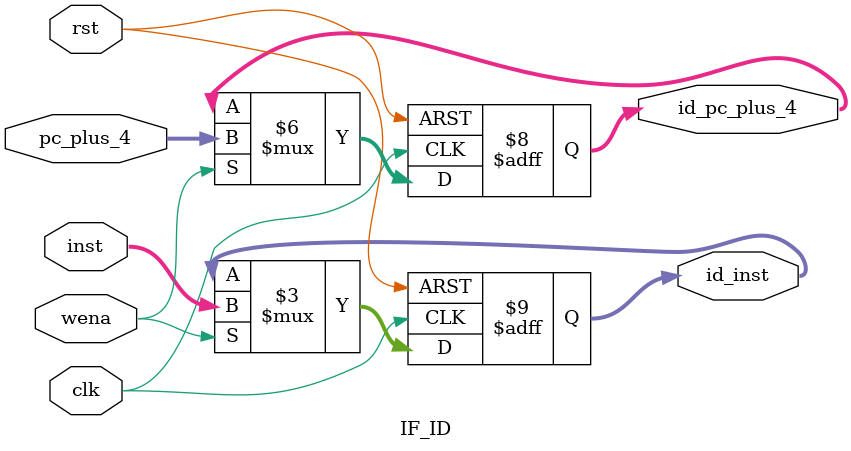
<source format=v>
`timescale 1ns / 1ps

/***************************************
IF/IDÖÐ¼ä²¿¼þ£¬Ëø´æpc+4µÄÖµºÍÖ¸Áî
***************************************/

module IF_ID(
    input clk,
    input rst,
    input wena,
    //IFÐÅºÅÊäÈë
    input [31:0] pc_plus_4,
    input [31:0] inst,
    //´«µÝÖÁID
    output reg [31:0] id_pc_plus_4,
    output reg [31:0] id_inst
    );

    always @ (posedge clk or posedge rst) begin
        if (rst) begin
            id_pc_plus_4 <= 32'h0000_0000;
            id_inst <=32'b0000_0000;
        end
        else if (wena) begin
            id_pc_plus_4 <= pc_plus_4;
            id_inst <= inst;
        end
        else begin
            id_pc_plus_4 <= id_pc_plus_4;
            id_inst <= id_inst;
        end
    end
    
endmodule

</source>
